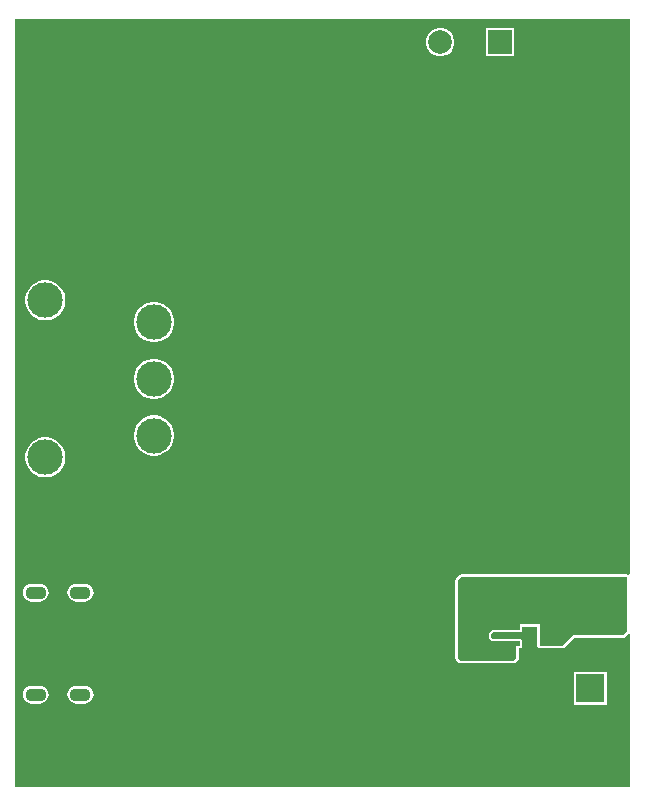
<source format=gbl>
G04*
G04 #@! TF.GenerationSoftware,Altium Limited,Altium Designer,22.1.2 (22)*
G04*
G04 Layer_Physical_Order=2*
G04 Layer_Color=16711680*
%FSLAX24Y24*%
%MOIN*%
G70*
G04*
G04 #@! TF.SameCoordinates,162C4C40-B8F5-4961-9C55-0291AD4F2388*
G04*
G04*
G04 #@! TF.FilePolarity,Positive*
G04*
G01*
G75*
%ADD69C,0.1969*%
%ADD70C,0.1181*%
%ADD71R,0.0787X0.0787*%
%ADD72C,0.0787*%
%ADD73R,0.0945X0.0945*%
%ADD74O,0.0709X0.0433*%
%ADD75C,0.0236*%
%ADD76R,0.0976X0.0642*%
G36*
X20472Y7106D02*
X20453Y7091D01*
X20422Y7076D01*
X20400Y7080D01*
X14850D01*
X14819Y7074D01*
X14793Y7057D01*
X14793Y7057D01*
X14693Y6957D01*
X14693Y6957D01*
X14676Y6931D01*
X14670Y6900D01*
Y4300D01*
X14676Y4269D01*
X14693Y4243D01*
X14693Y4243D01*
X14793Y4143D01*
X14819Y4126D01*
X14850Y4120D01*
X16600Y4120D01*
X16600Y4120D01*
X16631Y4126D01*
X16657Y4143D01*
X16657Y4143D01*
X16757Y4243D01*
X16774Y4269D01*
X16780Y4300D01*
X16780Y4620D01*
X16805D01*
X16836Y4626D01*
X16862Y4643D01*
X16879Y4669D01*
X16885Y4700D01*
Y4860D01*
X16879Y4891D01*
X16862Y4917D01*
X16836Y4934D01*
X16805Y4940D01*
X15913D01*
X15860Y4993D01*
Y5097D01*
X15913Y5150D01*
X16805D01*
X16836Y5156D01*
X16862Y5173D01*
X16879Y5199D01*
X16885Y5230D01*
Y5336D01*
X17394D01*
Y4701D01*
X17394Y4700D01*
X17394Y4700D01*
X17397Y4685D01*
X17400Y4670D01*
X17400Y4670D01*
X17400Y4670D01*
X17409Y4657D01*
X17418Y4644D01*
X17418Y4644D01*
X17418Y4644D01*
X17418Y4643D01*
X17431Y4635D01*
X17444Y4626D01*
X17444Y4626D01*
X17444Y4626D01*
X17460Y4623D01*
X17475Y4620D01*
X18250D01*
X18281Y4626D01*
X18307Y4643D01*
X18633Y4970D01*
X20250D01*
X20281Y4976D01*
X20307Y4993D01*
X20422Y5109D01*
X20472Y5088D01*
Y0D01*
X0D01*
Y25591D01*
X20472D01*
Y7106D01*
D02*
G37*
G36*
X20400Y5200D02*
X20250Y5050D01*
X18600D01*
X18250Y4700D01*
X17475D01*
X17474Y4701D01*
Y5416D01*
X16805D01*
Y5230D01*
X15880D01*
X15780Y5130D01*
Y4960D01*
X15880Y4860D01*
X16805D01*
Y4700D01*
X16700D01*
X16700Y4300D01*
X16600Y4200D01*
X14850Y4200D01*
X14750Y4300D01*
Y6900D01*
X14850Y7000D01*
X20400D01*
Y5200D01*
D02*
G37*
%LPC*%
G36*
X16632Y25292D02*
X15688D01*
Y24348D01*
X16632D01*
Y25292D01*
D02*
G37*
G36*
X14222D02*
X14098D01*
X13978Y25260D01*
X13870Y25198D01*
X13782Y25110D01*
X13720Y25002D01*
X13688Y24882D01*
Y24758D01*
X13720Y24638D01*
X13782Y24530D01*
X13870Y24442D01*
X13978Y24380D01*
X14098Y24348D01*
X14222D01*
X14342Y24380D01*
X14450Y24442D01*
X14538Y24530D01*
X14600Y24638D01*
X14632Y24758D01*
Y24882D01*
X14600Y25002D01*
X14538Y25110D01*
X14450Y25198D01*
X14342Y25260D01*
X14222Y25292D01*
D02*
G37*
G36*
X1064Y16885D02*
X932D01*
X803Y16859D01*
X681Y16809D01*
X571Y16736D01*
X478Y16642D01*
X405Y16533D01*
X354Y16411D01*
X329Y16282D01*
Y16150D01*
X354Y16021D01*
X405Y15899D01*
X478Y15789D01*
X571Y15696D01*
X681Y15623D01*
X803Y15572D01*
X932Y15546D01*
X1064D01*
X1193Y15572D01*
X1315Y15623D01*
X1425Y15696D01*
X1518Y15789D01*
X1591Y15899D01*
X1642Y16021D01*
X1667Y16150D01*
Y16282D01*
X1642Y16411D01*
X1591Y16533D01*
X1518Y16642D01*
X1425Y16736D01*
X1315Y16809D01*
X1193Y16859D01*
X1064Y16885D01*
D02*
G37*
G36*
X4686Y16157D02*
X4554D01*
X4425Y16131D01*
X4303Y16081D01*
X4193Y16007D01*
X4100Y15914D01*
X4027Y15804D01*
X3977Y15683D01*
X3951Y15553D01*
Y15421D01*
X3977Y15292D01*
X4027Y15170D01*
X4100Y15061D01*
X4193Y14968D01*
X4303Y14894D01*
X4425Y14844D01*
X4554Y14818D01*
X4686D01*
X4815Y14844D01*
X4937Y14894D01*
X5047Y14968D01*
X5140Y15061D01*
X5213Y15170D01*
X5264Y15292D01*
X5289Y15421D01*
Y15553D01*
X5264Y15683D01*
X5213Y15804D01*
X5140Y15914D01*
X5047Y16007D01*
X4937Y16081D01*
X4815Y16131D01*
X4686Y16157D01*
D02*
G37*
G36*
Y14267D02*
X4554D01*
X4425Y14241D01*
X4303Y14191D01*
X4193Y14118D01*
X4100Y14024D01*
X4027Y13915D01*
X3977Y13793D01*
X3951Y13664D01*
Y13532D01*
X3977Y13402D01*
X4027Y13281D01*
X4100Y13171D01*
X4193Y13078D01*
X4303Y13005D01*
X4425Y12954D01*
X4554Y12928D01*
X4686D01*
X4815Y12954D01*
X4937Y13005D01*
X5047Y13078D01*
X5140Y13171D01*
X5213Y13281D01*
X5264Y13402D01*
X5289Y13532D01*
Y13664D01*
X5264Y13793D01*
X5213Y13915D01*
X5140Y14024D01*
X5047Y14118D01*
X4937Y14191D01*
X4815Y14241D01*
X4686Y14267D01*
D02*
G37*
G36*
Y12377D02*
X4554D01*
X4425Y12351D01*
X4303Y12301D01*
X4193Y12228D01*
X4100Y12135D01*
X4027Y12025D01*
X3977Y11903D01*
X3951Y11774D01*
Y11642D01*
X3977Y11513D01*
X4027Y11391D01*
X4100Y11281D01*
X4193Y11188D01*
X4303Y11115D01*
X4425Y11064D01*
X4554Y11039D01*
X4686D01*
X4815Y11064D01*
X4937Y11115D01*
X5047Y11188D01*
X5140Y11281D01*
X5213Y11391D01*
X5264Y11513D01*
X5289Y11642D01*
Y11774D01*
X5264Y11903D01*
X5213Y12025D01*
X5140Y12135D01*
X5047Y12228D01*
X4937Y12301D01*
X4815Y12351D01*
X4686Y12377D01*
D02*
G37*
G36*
X1064Y11649D02*
X932D01*
X803Y11623D01*
X681Y11573D01*
X571Y11499D01*
X478Y11406D01*
X405Y11297D01*
X354Y11175D01*
X329Y11045D01*
Y10914D01*
X354Y10784D01*
X405Y10662D01*
X478Y10553D01*
X571Y10460D01*
X681Y10386D01*
X803Y10336D01*
X932Y10310D01*
X1064D01*
X1193Y10336D01*
X1315Y10386D01*
X1425Y10460D01*
X1518Y10553D01*
X1591Y10662D01*
X1642Y10784D01*
X1667Y10914D01*
Y11045D01*
X1642Y11175D01*
X1591Y11297D01*
X1518Y11406D01*
X1425Y11499D01*
X1315Y11573D01*
X1193Y11623D01*
X1064Y11649D01*
D02*
G37*
G36*
X2308Y6772D02*
X2032D01*
X1955Y6762D01*
X1883Y6732D01*
X1821Y6685D01*
X1774Y6623D01*
X1744Y6551D01*
X1734Y6474D01*
X1744Y6397D01*
X1774Y6325D01*
X1821Y6264D01*
X1883Y6216D01*
X1955Y6187D01*
X2032Y6176D01*
X2308D01*
X2385Y6187D01*
X2457Y6216D01*
X2518Y6264D01*
X2566Y6325D01*
X2595Y6397D01*
X2605Y6474D01*
X2595Y6551D01*
X2566Y6623D01*
X2518Y6685D01*
X2457Y6732D01*
X2385Y6762D01*
X2308Y6772D01*
D02*
G37*
G36*
X812D02*
X536D01*
X459Y6762D01*
X387Y6732D01*
X325Y6685D01*
X278Y6623D01*
X248Y6551D01*
X238Y6474D01*
X248Y6397D01*
X278Y6325D01*
X325Y6264D01*
X387Y6216D01*
X459Y6187D01*
X536Y6176D01*
X812D01*
X889Y6187D01*
X961Y6216D01*
X1022Y6264D01*
X1070Y6325D01*
X1099Y6397D01*
X1110Y6474D01*
X1099Y6551D01*
X1070Y6623D01*
X1022Y6685D01*
X961Y6732D01*
X889Y6762D01*
X812Y6772D01*
D02*
G37*
G36*
X2308Y3370D02*
X2032D01*
X1955Y3360D01*
X1883Y3331D01*
X1821Y3283D01*
X1774Y3222D01*
X1744Y3150D01*
X1734Y3073D01*
X1744Y2996D01*
X1774Y2924D01*
X1821Y2862D01*
X1883Y2815D01*
X1955Y2785D01*
X2032Y2775D01*
X2308D01*
X2385Y2785D01*
X2457Y2815D01*
X2518Y2862D01*
X2566Y2924D01*
X2595Y2996D01*
X2605Y3073D01*
X2595Y3150D01*
X2566Y3222D01*
X2518Y3283D01*
X2457Y3331D01*
X2385Y3360D01*
X2308Y3370D01*
D02*
G37*
G36*
X812D02*
X536D01*
X459Y3360D01*
X387Y3331D01*
X326Y3283D01*
X278Y3222D01*
X248Y3150D01*
X238Y3073D01*
X248Y2996D01*
X278Y2924D01*
X326Y2862D01*
X387Y2815D01*
X459Y2785D01*
X536Y2775D01*
X812D01*
X889Y2785D01*
X961Y2815D01*
X1022Y2862D01*
X1070Y2924D01*
X1099Y2996D01*
X1110Y3073D01*
X1099Y3150D01*
X1070Y3222D01*
X1022Y3283D01*
X961Y3331D01*
X889Y3360D01*
X812Y3370D01*
D02*
G37*
G36*
X19715Y3843D02*
X18613D01*
Y2741D01*
X19715D01*
Y3843D01*
D02*
G37*
%LPD*%
D69*
X1181Y24409D02*
D03*
X19291D02*
D03*
Y1181D02*
D03*
X1181D02*
D03*
D70*
X998Y16216D02*
D03*
X4620Y15487D02*
D03*
Y13598D02*
D03*
Y11708D02*
D03*
X998Y10980D02*
D03*
D71*
X15164Y5292D02*
D03*
X9361Y4595D02*
D03*
X16160Y24820D02*
D03*
D72*
X15160D02*
D03*
X14160D02*
D03*
D73*
X19164Y6492D02*
D03*
Y3292D02*
D03*
D74*
X674Y6474D02*
D03*
X674Y3073D02*
D03*
X2170Y6474D02*
D03*
Y3073D02*
D03*
D75*
X11607Y6511D02*
D03*
X11170Y7220D02*
D03*
X3230Y990D02*
D03*
X13440Y5190D02*
D03*
X13410Y6380D02*
D03*
X7329Y21207D02*
D03*
X7340Y22110D02*
D03*
X5920Y6910D02*
D03*
X5100Y6950D02*
D03*
X4378Y6965D02*
D03*
X3760Y7020D02*
D03*
X9136Y22301D02*
D03*
X9848Y21732D02*
D03*
X9005Y21765D02*
D03*
X9960Y21120D02*
D03*
X9300D02*
D03*
X8640Y21130D02*
D03*
X8130Y21610D02*
D03*
X8150Y22240D02*
D03*
X8630Y10140D02*
D03*
X8610Y10420D02*
D03*
X8120Y10140D02*
D03*
X8110Y10420D02*
D03*
X16155Y22065D02*
D03*
X16140Y22520D02*
D03*
X3100Y23600D02*
D03*
X2261Y22846D02*
D03*
X1560Y22010D02*
D03*
X1494Y21107D02*
D03*
X1460Y20310D02*
D03*
Y19450D02*
D03*
Y18510D02*
D03*
X17790Y12610D02*
D03*
X18390Y11190D02*
D03*
X15570Y15080D02*
D03*
Y16240D02*
D03*
X16310Y3550D02*
D03*
X15042Y3635D02*
D03*
X13980Y4100D02*
D03*
X13955Y7176D02*
D03*
X12930Y9050D02*
D03*
X13975Y8625D02*
D03*
X15220Y8540D02*
D03*
X16370Y8524D02*
D03*
X17597Y8544D02*
D03*
X18744Y8584D02*
D03*
X19790Y8926D02*
D03*
X19931Y9651D02*
D03*
X19951Y10939D02*
D03*
X20012Y11924D02*
D03*
X20032Y12951D02*
D03*
X19951Y13896D02*
D03*
X19971Y14963D02*
D03*
X19970Y16050D02*
D03*
X19930Y17120D02*
D03*
X19950Y18240D02*
D03*
X19830Y19150D02*
D03*
X19871Y20436D02*
D03*
X19830Y21542D02*
D03*
X18890Y23750D02*
D03*
X18640Y24000D02*
D03*
X18540Y24350D02*
D03*
X18578Y24692D02*
D03*
X18700Y24960D02*
D03*
X9760Y22300D02*
D03*
X10830Y22200D02*
D03*
X11700Y22220D02*
D03*
X11260Y22560D02*
D03*
X16210Y19540D02*
D03*
X17710Y18320D02*
D03*
X17210D02*
D03*
X14700D02*
D03*
X15210D02*
D03*
X15030Y17190D02*
D03*
X16880Y17210D02*
D03*
X18510Y18410D02*
D03*
X18500Y19260D02*
D03*
X18650Y21910D02*
D03*
X19020Y22330D02*
D03*
X18640Y22680D02*
D03*
X16130Y21270D02*
D03*
X15840Y21600D02*
D03*
X15530Y21920D02*
D03*
X14870Y22810D02*
D03*
X14900Y23580D02*
D03*
X15440Y25310D02*
D03*
X14920Y25290D02*
D03*
X15430Y24310D02*
D03*
X14880Y24320D02*
D03*
X12770Y22596D02*
D03*
X12472Y24516D02*
D03*
X11677Y23391D02*
D03*
X4195Y24218D02*
D03*
X1950Y24640D02*
D03*
X1920Y24220D02*
D03*
X1740Y23880D02*
D03*
X1380Y23670D02*
D03*
X990Y23660D02*
D03*
X4010Y22570D02*
D03*
X3630Y22200D02*
D03*
X3620Y21670D02*
D03*
X3950Y21300D02*
D03*
X2543Y15564D02*
D03*
Y14537D02*
D03*
X2624Y13571D02*
D03*
X2664Y12826D02*
D03*
X2624Y11860D02*
D03*
X2704Y10833D02*
D03*
X2624Y9726D02*
D03*
X2600Y8880D02*
D03*
X10340Y12020D02*
D03*
X10330Y12500D02*
D03*
X10186Y12966D02*
D03*
X9668Y13262D02*
D03*
X8120Y13310D02*
D03*
X7386Y13179D02*
D03*
X7260Y12580D02*
D03*
X7250Y12040D02*
D03*
X10280Y11410D02*
D03*
X10636Y11220D02*
D03*
X10640Y10900D02*
D03*
X6820Y10060D02*
D03*
X7700Y8890D02*
D03*
X8100Y8830D02*
D03*
X3160Y16700D02*
D03*
Y17060D02*
D03*
X3060Y17390D02*
D03*
X2690Y17420D02*
D03*
X2680Y7420D02*
D03*
X2650Y7790D02*
D03*
X2180Y7900D02*
D03*
X2940Y6090D02*
D03*
X3320D02*
D03*
X2840Y3540D02*
D03*
X3310Y3510D02*
D03*
X7300Y5860D02*
D03*
X9770Y2530D02*
D03*
X9310D02*
D03*
X8860Y2540D02*
D03*
X18680Y700D02*
D03*
X18500Y1060D02*
D03*
X18540Y1420D02*
D03*
X18720Y1740D02*
D03*
X19040Y1930D02*
D03*
X1830Y680D02*
D03*
X1950Y1020D02*
D03*
X1941Y1340D02*
D03*
X1780Y1690D02*
D03*
X1500Y1900D02*
D03*
X4111Y1011D02*
D03*
X4855D02*
D03*
X5840Y1050D02*
D03*
X6650D02*
D03*
X17170Y1010D02*
D03*
X16240Y1030D02*
D03*
X15307Y1025D02*
D03*
X14533Y968D02*
D03*
X13690Y980D02*
D03*
X12840Y1040D02*
D03*
X11985Y1054D02*
D03*
X11212D02*
D03*
X10400Y1050D02*
D03*
X9610D02*
D03*
X8820D02*
D03*
X8144Y1057D02*
D03*
X7450Y1050D02*
D03*
X9164Y4398D02*
D03*
Y4792D02*
D03*
X9557D02*
D03*
Y4398D02*
D03*
X14967Y5095D02*
D03*
Y5489D02*
D03*
X15361D02*
D03*
Y5095D02*
D03*
D76*
X8361Y10295D02*
D03*
M02*

</source>
